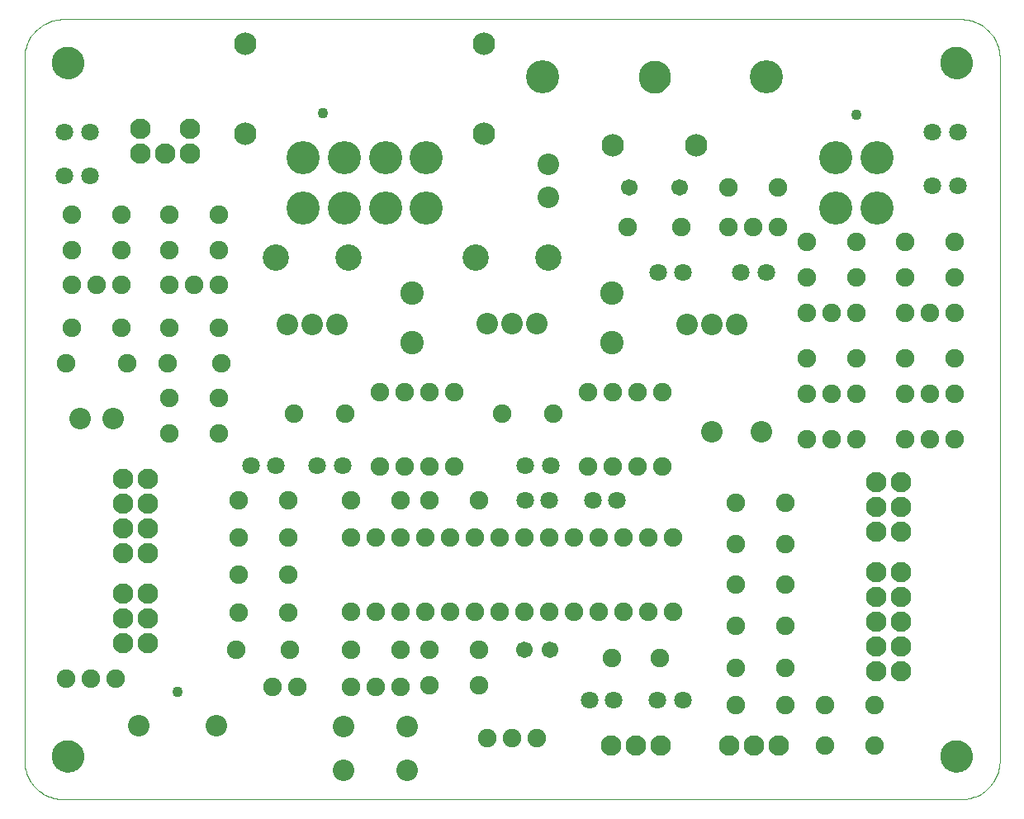
<source format=gts>
G75*
%MOIN*%
%OFA0B0*%
%FSLAX24Y24*%
%IPPOS*%
%LPD*%
%AMOC8*
5,1,8,0,0,1.08239X$1,22.5*
%
%ADD10C,0.0000*%
%ADD11C,0.1300*%
%ADD12C,0.0434*%
%ADD13C,0.0749*%
%ADD14C,0.0709*%
%ADD15C,0.0670*%
%ADD16C,0.0867*%
%ADD17C,0.0827*%
%ADD18C,0.1064*%
%ADD19C,0.0906*%
%ADD20C,0.1339*%
%ADD21C,0.0946*%
D10*
X002390Y008381D02*
X038610Y008381D01*
X038610Y008385D02*
X038687Y008387D01*
X038764Y008393D01*
X038841Y008402D01*
X038917Y008415D01*
X038993Y008432D01*
X039067Y008453D01*
X039141Y008477D01*
X039213Y008505D01*
X039283Y008536D01*
X039352Y008571D01*
X039420Y008609D01*
X039485Y008650D01*
X039548Y008695D01*
X039609Y008743D01*
X039668Y008793D01*
X039724Y008846D01*
X039777Y008902D01*
X039827Y008961D01*
X039875Y009022D01*
X039920Y009085D01*
X039961Y009150D01*
X039999Y009218D01*
X040034Y009287D01*
X040065Y009357D01*
X040093Y009429D01*
X040117Y009503D01*
X040138Y009577D01*
X040155Y009653D01*
X040168Y009729D01*
X040177Y009806D01*
X040183Y009883D01*
X040185Y009960D01*
X040185Y038306D01*
X040183Y038383D01*
X040177Y038460D01*
X040168Y038537D01*
X040155Y038613D01*
X040138Y038689D01*
X040117Y038763D01*
X040093Y038837D01*
X040065Y038909D01*
X040034Y038979D01*
X039999Y039048D01*
X039961Y039116D01*
X039920Y039181D01*
X039875Y039244D01*
X039827Y039305D01*
X039777Y039364D01*
X039724Y039420D01*
X039668Y039473D01*
X039609Y039523D01*
X039548Y039571D01*
X039485Y039616D01*
X039420Y039657D01*
X039352Y039695D01*
X039283Y039730D01*
X039213Y039761D01*
X039141Y039789D01*
X039067Y039813D01*
X038993Y039834D01*
X038917Y039851D01*
X038841Y039864D01*
X038764Y039873D01*
X038687Y039879D01*
X038610Y039881D01*
X002390Y039881D01*
X002313Y039879D01*
X002236Y039873D01*
X002159Y039864D01*
X002083Y039851D01*
X002007Y039834D01*
X001933Y039813D01*
X001859Y039789D01*
X001787Y039761D01*
X001717Y039730D01*
X001648Y039695D01*
X001580Y039657D01*
X001515Y039616D01*
X001452Y039571D01*
X001391Y039523D01*
X001332Y039473D01*
X001276Y039420D01*
X001223Y039364D01*
X001173Y039305D01*
X001125Y039244D01*
X001080Y039181D01*
X001039Y039116D01*
X001001Y039048D01*
X000966Y038979D01*
X000935Y038909D01*
X000907Y038837D01*
X000883Y038763D01*
X000862Y038689D01*
X000845Y038613D01*
X000832Y038537D01*
X000823Y038460D01*
X000817Y038383D01*
X000815Y038306D01*
X000815Y009960D01*
X000817Y009883D01*
X000823Y009806D01*
X000832Y009729D01*
X000845Y009653D01*
X000862Y009577D01*
X000883Y009503D01*
X000907Y009429D01*
X000935Y009357D01*
X000966Y009287D01*
X001001Y009218D01*
X001039Y009150D01*
X001080Y009085D01*
X001125Y009022D01*
X001173Y008961D01*
X001223Y008902D01*
X001276Y008846D01*
X001332Y008793D01*
X001391Y008743D01*
X001452Y008695D01*
X001515Y008650D01*
X001580Y008609D01*
X001648Y008571D01*
X001717Y008536D01*
X001787Y008505D01*
X001859Y008477D01*
X001933Y008453D01*
X002007Y008432D01*
X002083Y008415D01*
X002159Y008402D01*
X002236Y008393D01*
X002313Y008387D01*
X002390Y008385D01*
X001937Y010133D02*
X001939Y010183D01*
X001945Y010233D01*
X001955Y010282D01*
X001969Y010330D01*
X001986Y010377D01*
X002007Y010422D01*
X002032Y010466D01*
X002060Y010507D01*
X002092Y010546D01*
X002126Y010583D01*
X002163Y010617D01*
X002203Y010647D01*
X002245Y010674D01*
X002289Y010698D01*
X002335Y010719D01*
X002382Y010735D01*
X002430Y010748D01*
X002480Y010757D01*
X002529Y010762D01*
X002580Y010763D01*
X002630Y010760D01*
X002679Y010753D01*
X002728Y010742D01*
X002776Y010727D01*
X002822Y010709D01*
X002867Y010687D01*
X002910Y010661D01*
X002951Y010632D01*
X002990Y010600D01*
X003026Y010565D01*
X003058Y010527D01*
X003088Y010487D01*
X003115Y010444D01*
X003138Y010400D01*
X003157Y010354D01*
X003173Y010306D01*
X003185Y010257D01*
X003193Y010208D01*
X003197Y010158D01*
X003197Y010108D01*
X003193Y010058D01*
X003185Y010009D01*
X003173Y009960D01*
X003157Y009912D01*
X003138Y009866D01*
X003115Y009822D01*
X003088Y009779D01*
X003058Y009739D01*
X003026Y009701D01*
X002990Y009666D01*
X002951Y009634D01*
X002910Y009605D01*
X002867Y009579D01*
X002822Y009557D01*
X002776Y009539D01*
X002728Y009524D01*
X002679Y009513D01*
X002630Y009506D01*
X002580Y009503D01*
X002529Y009504D01*
X002480Y009509D01*
X002430Y009518D01*
X002382Y009531D01*
X002335Y009547D01*
X002289Y009568D01*
X002245Y009592D01*
X002203Y009619D01*
X002163Y009649D01*
X002126Y009683D01*
X002092Y009720D01*
X002060Y009759D01*
X002032Y009800D01*
X002007Y009844D01*
X001986Y009889D01*
X001969Y009936D01*
X001955Y009984D01*
X001945Y010033D01*
X001939Y010083D01*
X001937Y010133D01*
X025618Y037544D02*
X025620Y037594D01*
X025626Y037644D01*
X025636Y037693D01*
X025650Y037741D01*
X025667Y037788D01*
X025688Y037833D01*
X025713Y037877D01*
X025741Y037918D01*
X025773Y037957D01*
X025807Y037994D01*
X025844Y038028D01*
X025884Y038058D01*
X025926Y038085D01*
X025970Y038109D01*
X026016Y038130D01*
X026063Y038146D01*
X026111Y038159D01*
X026161Y038168D01*
X026210Y038173D01*
X026261Y038174D01*
X026311Y038171D01*
X026360Y038164D01*
X026409Y038153D01*
X026457Y038138D01*
X026503Y038120D01*
X026548Y038098D01*
X026591Y038072D01*
X026632Y038043D01*
X026671Y038011D01*
X026707Y037976D01*
X026739Y037938D01*
X026769Y037898D01*
X026796Y037855D01*
X026819Y037811D01*
X026838Y037765D01*
X026854Y037717D01*
X026866Y037668D01*
X026874Y037619D01*
X026878Y037569D01*
X026878Y037519D01*
X026874Y037469D01*
X026866Y037420D01*
X026854Y037371D01*
X026838Y037323D01*
X026819Y037277D01*
X026796Y037233D01*
X026769Y037190D01*
X026739Y037150D01*
X026707Y037112D01*
X026671Y037077D01*
X026632Y037045D01*
X026591Y037016D01*
X026548Y036990D01*
X026503Y036968D01*
X026457Y036950D01*
X026409Y036935D01*
X026360Y036924D01*
X026311Y036917D01*
X026261Y036914D01*
X026210Y036915D01*
X026161Y036920D01*
X026111Y036929D01*
X026063Y036942D01*
X026016Y036958D01*
X025970Y036979D01*
X025926Y037003D01*
X025884Y037030D01*
X025844Y037060D01*
X025807Y037094D01*
X025773Y037131D01*
X025741Y037170D01*
X025713Y037211D01*
X025688Y037255D01*
X025667Y037300D01*
X025650Y037347D01*
X025636Y037395D01*
X025626Y037444D01*
X025620Y037494D01*
X025618Y037544D01*
X037803Y038129D02*
X037805Y038179D01*
X037811Y038229D01*
X037821Y038278D01*
X037835Y038326D01*
X037852Y038373D01*
X037873Y038418D01*
X037898Y038462D01*
X037926Y038503D01*
X037958Y038542D01*
X037992Y038579D01*
X038029Y038613D01*
X038069Y038643D01*
X038111Y038670D01*
X038155Y038694D01*
X038201Y038715D01*
X038248Y038731D01*
X038296Y038744D01*
X038346Y038753D01*
X038395Y038758D01*
X038446Y038759D01*
X038496Y038756D01*
X038545Y038749D01*
X038594Y038738D01*
X038642Y038723D01*
X038688Y038705D01*
X038733Y038683D01*
X038776Y038657D01*
X038817Y038628D01*
X038856Y038596D01*
X038892Y038561D01*
X038924Y038523D01*
X038954Y038483D01*
X038981Y038440D01*
X039004Y038396D01*
X039023Y038350D01*
X039039Y038302D01*
X039051Y038253D01*
X039059Y038204D01*
X039063Y038154D01*
X039063Y038104D01*
X039059Y038054D01*
X039051Y038005D01*
X039039Y037956D01*
X039023Y037908D01*
X039004Y037862D01*
X038981Y037818D01*
X038954Y037775D01*
X038924Y037735D01*
X038892Y037697D01*
X038856Y037662D01*
X038817Y037630D01*
X038776Y037601D01*
X038733Y037575D01*
X038688Y037553D01*
X038642Y037535D01*
X038594Y037520D01*
X038545Y037509D01*
X038496Y037502D01*
X038446Y037499D01*
X038395Y037500D01*
X038346Y037505D01*
X038296Y037514D01*
X038248Y037527D01*
X038201Y037543D01*
X038155Y037564D01*
X038111Y037588D01*
X038069Y037615D01*
X038029Y037645D01*
X037992Y037679D01*
X037958Y037716D01*
X037926Y037755D01*
X037898Y037796D01*
X037873Y037840D01*
X037852Y037885D01*
X037835Y037932D01*
X037821Y037980D01*
X037811Y038029D01*
X037805Y038079D01*
X037803Y038129D01*
X037803Y010133D02*
X037805Y010183D01*
X037811Y010233D01*
X037821Y010282D01*
X037835Y010330D01*
X037852Y010377D01*
X037873Y010422D01*
X037898Y010466D01*
X037926Y010507D01*
X037958Y010546D01*
X037992Y010583D01*
X038029Y010617D01*
X038069Y010647D01*
X038111Y010674D01*
X038155Y010698D01*
X038201Y010719D01*
X038248Y010735D01*
X038296Y010748D01*
X038346Y010757D01*
X038395Y010762D01*
X038446Y010763D01*
X038496Y010760D01*
X038545Y010753D01*
X038594Y010742D01*
X038642Y010727D01*
X038688Y010709D01*
X038733Y010687D01*
X038776Y010661D01*
X038817Y010632D01*
X038856Y010600D01*
X038892Y010565D01*
X038924Y010527D01*
X038954Y010487D01*
X038981Y010444D01*
X039004Y010400D01*
X039023Y010354D01*
X039039Y010306D01*
X039051Y010257D01*
X039059Y010208D01*
X039063Y010158D01*
X039063Y010108D01*
X039059Y010058D01*
X039051Y010009D01*
X039039Y009960D01*
X039023Y009912D01*
X039004Y009866D01*
X038981Y009822D01*
X038954Y009779D01*
X038924Y009739D01*
X038892Y009701D01*
X038856Y009666D01*
X038817Y009634D01*
X038776Y009605D01*
X038733Y009579D01*
X038688Y009557D01*
X038642Y009539D01*
X038594Y009524D01*
X038545Y009513D01*
X038496Y009506D01*
X038446Y009503D01*
X038395Y009504D01*
X038346Y009509D01*
X038296Y009518D01*
X038248Y009531D01*
X038201Y009547D01*
X038155Y009568D01*
X038111Y009592D01*
X038069Y009619D01*
X038029Y009649D01*
X037992Y009683D01*
X037958Y009720D01*
X037926Y009759D01*
X037898Y009800D01*
X037873Y009844D01*
X037852Y009889D01*
X037835Y009936D01*
X037821Y009984D01*
X037811Y010033D01*
X037805Y010083D01*
X037803Y010133D01*
X001937Y038129D02*
X001939Y038179D01*
X001945Y038229D01*
X001955Y038278D01*
X001969Y038326D01*
X001986Y038373D01*
X002007Y038418D01*
X002032Y038462D01*
X002060Y038503D01*
X002092Y038542D01*
X002126Y038579D01*
X002163Y038613D01*
X002203Y038643D01*
X002245Y038670D01*
X002289Y038694D01*
X002335Y038715D01*
X002382Y038731D01*
X002430Y038744D01*
X002480Y038753D01*
X002529Y038758D01*
X002580Y038759D01*
X002630Y038756D01*
X002679Y038749D01*
X002728Y038738D01*
X002776Y038723D01*
X002822Y038705D01*
X002867Y038683D01*
X002910Y038657D01*
X002951Y038628D01*
X002990Y038596D01*
X003026Y038561D01*
X003058Y038523D01*
X003088Y038483D01*
X003115Y038440D01*
X003138Y038396D01*
X003157Y038350D01*
X003173Y038302D01*
X003185Y038253D01*
X003193Y038204D01*
X003197Y038154D01*
X003197Y038104D01*
X003193Y038054D01*
X003185Y038005D01*
X003173Y037956D01*
X003157Y037908D01*
X003138Y037862D01*
X003115Y037818D01*
X003088Y037775D01*
X003058Y037735D01*
X003026Y037697D01*
X002990Y037662D01*
X002951Y037630D01*
X002910Y037601D01*
X002867Y037575D01*
X002822Y037553D01*
X002776Y037535D01*
X002728Y037520D01*
X002679Y037509D01*
X002630Y037502D01*
X002580Y037499D01*
X002529Y037500D01*
X002480Y037505D01*
X002430Y037514D01*
X002382Y037527D01*
X002335Y037543D01*
X002289Y037564D01*
X002245Y037588D01*
X002203Y037615D01*
X002163Y037645D01*
X002126Y037679D01*
X002092Y037716D01*
X002060Y037755D01*
X002032Y037796D01*
X002007Y037840D01*
X001986Y037885D01*
X001969Y037932D01*
X001955Y037980D01*
X001945Y038029D01*
X001939Y038079D01*
X001937Y038129D01*
D11*
X002567Y038129D03*
X026248Y037544D03*
X038433Y038129D03*
X038433Y010133D03*
X002567Y010133D03*
D12*
X006992Y012738D03*
X012859Y036080D03*
X034398Y036034D03*
D13*
X031244Y033095D03*
X031244Y031481D03*
X030244Y031481D03*
X029244Y031481D03*
X029244Y033095D03*
X027331Y031481D03*
X025165Y031481D03*
X025567Y024832D03*
X026567Y024832D03*
X024567Y024832D03*
X023567Y024832D03*
X022154Y023962D03*
X020106Y023962D03*
X018161Y024832D03*
X017161Y024832D03*
X016161Y024832D03*
X015161Y024832D03*
X013748Y023962D03*
X011701Y023962D03*
X008665Y024592D03*
X008665Y023174D03*
X006665Y023174D03*
X006665Y024592D03*
X006583Y026009D03*
X006665Y027426D03*
X006665Y029158D03*
X007665Y029158D03*
X008665Y029158D03*
X008665Y030576D03*
X008665Y031993D03*
X006665Y031993D03*
X006665Y030576D03*
X004728Y030576D03*
X004728Y031993D03*
X002728Y031993D03*
X002728Y030576D03*
X002728Y029158D03*
X003728Y029158D03*
X004728Y029158D03*
X004728Y027426D03*
X004949Y026009D03*
X002508Y026009D03*
X002728Y027426D03*
X008665Y027426D03*
X008748Y026009D03*
X009461Y020458D03*
X009461Y018952D03*
X009461Y017446D03*
X009461Y015940D03*
X009378Y014434D03*
X010827Y012938D03*
X011827Y012938D03*
X011543Y014434D03*
X011461Y015940D03*
X011461Y017446D03*
X011461Y018952D03*
X011461Y020458D03*
X013988Y020458D03*
X015161Y021832D03*
X016161Y021832D03*
X017161Y021832D03*
X018161Y021832D03*
X017177Y020458D03*
X015988Y020458D03*
X016000Y018946D03*
X015000Y018946D03*
X014000Y018946D03*
X017000Y018946D03*
X018000Y018946D03*
X019000Y018946D03*
X020000Y018946D03*
X021000Y018946D03*
X022000Y018946D03*
X023000Y018946D03*
X024000Y018946D03*
X025000Y018946D03*
X026000Y018946D03*
X027000Y018946D03*
X029539Y018706D03*
X029539Y020359D03*
X031539Y020359D03*
X031539Y018706D03*
X031539Y017052D03*
X031539Y015399D03*
X031539Y013706D03*
X031539Y012190D03*
X033122Y012190D03*
X033122Y010576D03*
X035122Y010576D03*
X035122Y012190D03*
X029539Y012190D03*
X029539Y013706D03*
X029539Y015399D03*
X029539Y017052D03*
X027000Y015946D03*
X026000Y015946D03*
X025000Y015946D03*
X024000Y015946D03*
X023000Y015946D03*
X022000Y015946D03*
X021000Y015946D03*
X020000Y015946D03*
X019000Y015946D03*
X018000Y015946D03*
X017000Y015946D03*
X016000Y015946D03*
X015000Y015946D03*
X014000Y015946D03*
X013988Y014434D03*
X013988Y012938D03*
X014988Y012938D03*
X015988Y012938D03*
X017177Y012977D03*
X017177Y014434D03*
X015988Y014434D03*
X019177Y014434D03*
X019177Y012977D03*
X019500Y010851D03*
X020500Y010851D03*
X021500Y010851D03*
X024535Y014099D03*
X026465Y014099D03*
X019177Y020458D03*
X023567Y021832D03*
X024567Y021832D03*
X025567Y021832D03*
X026567Y021832D03*
X032413Y022938D03*
X033413Y022938D03*
X034413Y022938D03*
X034413Y024769D03*
X033413Y024769D03*
X032413Y024769D03*
X032413Y026206D03*
X032413Y028036D03*
X033413Y028036D03*
X034413Y028036D03*
X034413Y029473D03*
X034413Y030891D03*
X036350Y030891D03*
X036350Y029473D03*
X036350Y028036D03*
X037350Y028036D03*
X038350Y028036D03*
X038350Y029473D03*
X038350Y030891D03*
X038350Y026206D03*
X038350Y024769D03*
X037350Y024769D03*
X036350Y024769D03*
X036350Y026206D03*
X034413Y026206D03*
X036350Y022938D03*
X037350Y022938D03*
X038350Y022938D03*
X032413Y029473D03*
X032413Y030891D03*
X004492Y013273D03*
X003492Y013273D03*
X002492Y013273D03*
D14*
X009949Y021855D03*
X010972Y021855D03*
X012626Y021855D03*
X013650Y021855D03*
X021031Y021855D03*
X022055Y021855D03*
X021992Y020458D03*
X021016Y020458D03*
X023752Y020458D03*
X024728Y020458D03*
X024610Y012406D03*
X023634Y012406D03*
X026366Y012406D03*
X027390Y012406D03*
X027409Y029670D03*
X026386Y029670D03*
X029732Y029670D03*
X030756Y029670D03*
X037469Y033174D03*
X038492Y033174D03*
X038492Y035340D03*
X037469Y035340D03*
X003453Y035340D03*
X002429Y035340D03*
X002429Y033568D03*
X003453Y033568D03*
D15*
X020992Y014434D03*
X022016Y014434D03*
X025224Y033095D03*
X027272Y033095D03*
D16*
X021957Y032702D03*
X021957Y034040D03*
X021500Y027588D03*
X020500Y027588D03*
X019500Y027588D03*
X013429Y027564D03*
X012429Y027564D03*
X011429Y027564D03*
X004398Y023765D03*
X003059Y023765D03*
X005417Y011375D03*
X008567Y011375D03*
X013709Y011316D03*
X013709Y009544D03*
X016268Y009544D03*
X016268Y011316D03*
X028575Y023233D03*
X030575Y023233D03*
X029571Y027556D03*
X028571Y027556D03*
X027571Y027556D03*
D17*
X035213Y021182D03*
X036213Y021182D03*
X036213Y020182D03*
X035213Y020182D03*
X035213Y019182D03*
X036213Y019182D03*
X036213Y017576D03*
X036213Y016576D03*
X035213Y016576D03*
X035213Y017576D03*
X035213Y015576D03*
X036213Y015576D03*
X036213Y014576D03*
X035213Y014576D03*
X035213Y013576D03*
X036213Y013576D03*
X031264Y010576D03*
X030264Y010576D03*
X029264Y010576D03*
X026500Y010576D03*
X025500Y010576D03*
X024500Y010576D03*
X005787Y014694D03*
X004787Y014694D03*
X004787Y015694D03*
X004787Y016694D03*
X005787Y016694D03*
X005787Y015694D03*
X005787Y018328D03*
X004787Y018328D03*
X004787Y019328D03*
X004787Y020328D03*
X004787Y021328D03*
X005787Y021328D03*
X005787Y020328D03*
X005787Y019328D03*
X005484Y034462D03*
X005484Y035462D03*
X006484Y034462D03*
X007484Y034462D03*
X007484Y035462D03*
D18*
X010972Y030261D03*
X013886Y030261D03*
X019043Y030261D03*
X021957Y030261D03*
D19*
X024555Y034808D03*
X027941Y034808D03*
X019378Y035261D03*
X019378Y038883D03*
X009732Y038883D03*
X009732Y035261D03*
D20*
X012075Y034277D03*
X013728Y034277D03*
X015382Y034277D03*
X017035Y034277D03*
X017035Y032269D03*
X015382Y032269D03*
X013728Y032269D03*
X012075Y032269D03*
X021720Y037544D03*
X030776Y037544D03*
X033571Y034277D03*
X035224Y034277D03*
X035224Y032269D03*
X033571Y032269D03*
D21*
X024535Y028820D03*
X024535Y026820D03*
X016465Y026820D03*
X016465Y028820D03*
M02*

</source>
